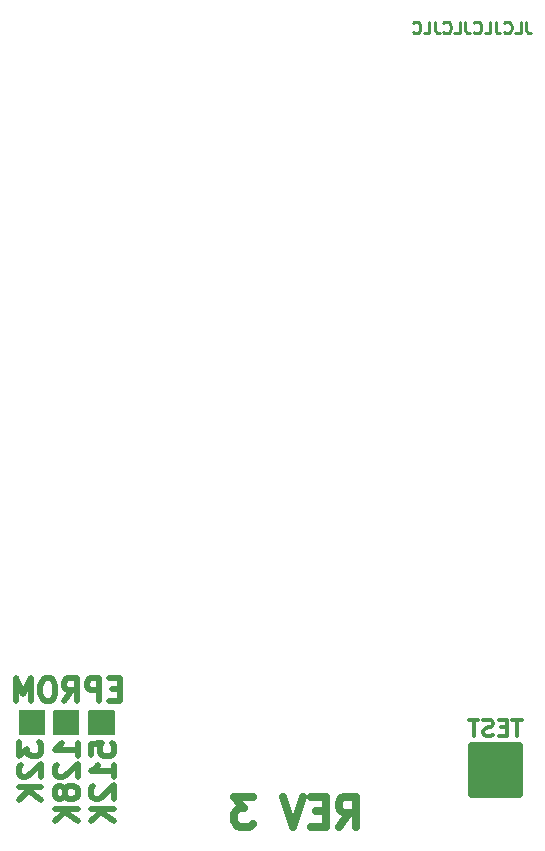
<source format=gbo>
G04 #@! TF.GenerationSoftware,KiCad,Pcbnew,8.0.4*
G04 #@! TF.CreationDate,2024-09-17T07:06:00-04:00*
G04 #@! TF.ProjectId,LB-MEM-02,4c422d4d-454d-42d3-9032-2e6b69636164,3*
G04 #@! TF.SameCoordinates,Original*
G04 #@! TF.FileFunction,Legend,Bot*
G04 #@! TF.FilePolarity,Positive*
%FSLAX46Y46*%
G04 Gerber Fmt 4.6, Leading zero omitted, Abs format (unit mm)*
G04 Created by KiCad (PCBNEW 8.0.4) date 2024-09-17 07:06:00*
%MOMM*%
%LPD*%
G01*
G04 APERTURE LIST*
%ADD10C,0.250000*%
%ADD11C,0.635000*%
%ADD12C,0.476250*%
%ADD13C,0.317500*%
%ADD14C,0.650000*%
G04 APERTURE END LIST*
D10*
X179397717Y-48394619D02*
X179397717Y-49108904D01*
X179397717Y-49108904D02*
X179445336Y-49251761D01*
X179445336Y-49251761D02*
X179540574Y-49347000D01*
X179540574Y-49347000D02*
X179683431Y-49394619D01*
X179683431Y-49394619D02*
X179778669Y-49394619D01*
X178445336Y-49394619D02*
X178921526Y-49394619D01*
X178921526Y-49394619D02*
X178921526Y-48394619D01*
X177540574Y-49299380D02*
X177588193Y-49347000D01*
X177588193Y-49347000D02*
X177731050Y-49394619D01*
X177731050Y-49394619D02*
X177826288Y-49394619D01*
X177826288Y-49394619D02*
X177969145Y-49347000D01*
X177969145Y-49347000D02*
X178064383Y-49251761D01*
X178064383Y-49251761D02*
X178112002Y-49156523D01*
X178112002Y-49156523D02*
X178159621Y-48966047D01*
X178159621Y-48966047D02*
X178159621Y-48823190D01*
X178159621Y-48823190D02*
X178112002Y-48632714D01*
X178112002Y-48632714D02*
X178064383Y-48537476D01*
X178064383Y-48537476D02*
X177969145Y-48442238D01*
X177969145Y-48442238D02*
X177826288Y-48394619D01*
X177826288Y-48394619D02*
X177731050Y-48394619D01*
X177731050Y-48394619D02*
X177588193Y-48442238D01*
X177588193Y-48442238D02*
X177540574Y-48489857D01*
X176826288Y-48394619D02*
X176826288Y-49108904D01*
X176826288Y-49108904D02*
X176873907Y-49251761D01*
X176873907Y-49251761D02*
X176969145Y-49347000D01*
X176969145Y-49347000D02*
X177112002Y-49394619D01*
X177112002Y-49394619D02*
X177207240Y-49394619D01*
X175873907Y-49394619D02*
X176350097Y-49394619D01*
X176350097Y-49394619D02*
X176350097Y-48394619D01*
X174969145Y-49299380D02*
X175016764Y-49347000D01*
X175016764Y-49347000D02*
X175159621Y-49394619D01*
X175159621Y-49394619D02*
X175254859Y-49394619D01*
X175254859Y-49394619D02*
X175397716Y-49347000D01*
X175397716Y-49347000D02*
X175492954Y-49251761D01*
X175492954Y-49251761D02*
X175540573Y-49156523D01*
X175540573Y-49156523D02*
X175588192Y-48966047D01*
X175588192Y-48966047D02*
X175588192Y-48823190D01*
X175588192Y-48823190D02*
X175540573Y-48632714D01*
X175540573Y-48632714D02*
X175492954Y-48537476D01*
X175492954Y-48537476D02*
X175397716Y-48442238D01*
X175397716Y-48442238D02*
X175254859Y-48394619D01*
X175254859Y-48394619D02*
X175159621Y-48394619D01*
X175159621Y-48394619D02*
X175016764Y-48442238D01*
X175016764Y-48442238D02*
X174969145Y-48489857D01*
X174254859Y-48394619D02*
X174254859Y-49108904D01*
X174254859Y-49108904D02*
X174302478Y-49251761D01*
X174302478Y-49251761D02*
X174397716Y-49347000D01*
X174397716Y-49347000D02*
X174540573Y-49394619D01*
X174540573Y-49394619D02*
X174635811Y-49394619D01*
X173302478Y-49394619D02*
X173778668Y-49394619D01*
X173778668Y-49394619D02*
X173778668Y-48394619D01*
X172397716Y-49299380D02*
X172445335Y-49347000D01*
X172445335Y-49347000D02*
X172588192Y-49394619D01*
X172588192Y-49394619D02*
X172683430Y-49394619D01*
X172683430Y-49394619D02*
X172826287Y-49347000D01*
X172826287Y-49347000D02*
X172921525Y-49251761D01*
X172921525Y-49251761D02*
X172969144Y-49156523D01*
X172969144Y-49156523D02*
X173016763Y-48966047D01*
X173016763Y-48966047D02*
X173016763Y-48823190D01*
X173016763Y-48823190D02*
X172969144Y-48632714D01*
X172969144Y-48632714D02*
X172921525Y-48537476D01*
X172921525Y-48537476D02*
X172826287Y-48442238D01*
X172826287Y-48442238D02*
X172683430Y-48394619D01*
X172683430Y-48394619D02*
X172588192Y-48394619D01*
X172588192Y-48394619D02*
X172445335Y-48442238D01*
X172445335Y-48442238D02*
X172397716Y-48489857D01*
X171683430Y-48394619D02*
X171683430Y-49108904D01*
X171683430Y-49108904D02*
X171731049Y-49251761D01*
X171731049Y-49251761D02*
X171826287Y-49347000D01*
X171826287Y-49347000D02*
X171969144Y-49394619D01*
X171969144Y-49394619D02*
X172064382Y-49394619D01*
X170731049Y-49394619D02*
X171207239Y-49394619D01*
X171207239Y-49394619D02*
X171207239Y-48394619D01*
X169826287Y-49299380D02*
X169873906Y-49347000D01*
X169873906Y-49347000D02*
X170016763Y-49394619D01*
X170016763Y-49394619D02*
X170112001Y-49394619D01*
X170112001Y-49394619D02*
X170254858Y-49347000D01*
X170254858Y-49347000D02*
X170350096Y-49251761D01*
X170350096Y-49251761D02*
X170397715Y-49156523D01*
X170397715Y-49156523D02*
X170445334Y-48966047D01*
X170445334Y-48966047D02*
X170445334Y-48823190D01*
X170445334Y-48823190D02*
X170397715Y-48632714D01*
X170397715Y-48632714D02*
X170350096Y-48537476D01*
X170350096Y-48537476D02*
X170254858Y-48442238D01*
X170254858Y-48442238D02*
X170112001Y-48394619D01*
X170112001Y-48394619D02*
X170016763Y-48394619D01*
X170016763Y-48394619D02*
X169873906Y-48442238D01*
X169873906Y-48442238D02*
X169826287Y-48489857D01*
D11*
X163521571Y-116585032D02*
X164368238Y-115375508D01*
X164973000Y-116585032D02*
X164973000Y-114045032D01*
X164973000Y-114045032D02*
X164005381Y-114045032D01*
X164005381Y-114045032D02*
X163763476Y-114165984D01*
X163763476Y-114165984D02*
X163642523Y-114286937D01*
X163642523Y-114286937D02*
X163521571Y-114528841D01*
X163521571Y-114528841D02*
X163521571Y-114891699D01*
X163521571Y-114891699D02*
X163642523Y-115133603D01*
X163642523Y-115133603D02*
X163763476Y-115254556D01*
X163763476Y-115254556D02*
X164005381Y-115375508D01*
X164005381Y-115375508D02*
X164973000Y-115375508D01*
X162433000Y-115254556D02*
X161586333Y-115254556D01*
X161223476Y-116585032D02*
X162433000Y-116585032D01*
X162433000Y-116585032D02*
X162433000Y-114045032D01*
X162433000Y-114045032D02*
X161223476Y-114045032D01*
X160497762Y-114045032D02*
X159651095Y-116585032D01*
X159651095Y-116585032D02*
X158804428Y-114045032D01*
X156264428Y-114045032D02*
X154692047Y-114045032D01*
X154692047Y-114045032D02*
X155538714Y-115012651D01*
X155538714Y-115012651D02*
X155175857Y-115012651D01*
X155175857Y-115012651D02*
X154933952Y-115133603D01*
X154933952Y-115133603D02*
X154813000Y-115254556D01*
X154813000Y-115254556D02*
X154692047Y-115496460D01*
X154692047Y-115496460D02*
X154692047Y-116101222D01*
X154692047Y-116101222D02*
X154813000Y-116343127D01*
X154813000Y-116343127D02*
X154933952Y-116464080D01*
X154933952Y-116464080D02*
X155175857Y-116585032D01*
X155175857Y-116585032D02*
X155901571Y-116585032D01*
X155901571Y-116585032D02*
X156143476Y-116464080D01*
X156143476Y-116464080D02*
X156264428Y-116343127D01*
D12*
X144988642Y-104913067D02*
X144353642Y-104913067D01*
X144081499Y-105910924D02*
X144988642Y-105910924D01*
X144988642Y-105910924D02*
X144988642Y-104005924D01*
X144988642Y-104005924D02*
X144081499Y-104005924D01*
X143265071Y-105910924D02*
X143265071Y-104005924D01*
X143265071Y-104005924D02*
X142539357Y-104005924D01*
X142539357Y-104005924D02*
X142357928Y-104096638D01*
X142357928Y-104096638D02*
X142267214Y-104187352D01*
X142267214Y-104187352D02*
X142176500Y-104368781D01*
X142176500Y-104368781D02*
X142176500Y-104640924D01*
X142176500Y-104640924D02*
X142267214Y-104822352D01*
X142267214Y-104822352D02*
X142357928Y-104913067D01*
X142357928Y-104913067D02*
X142539357Y-105003781D01*
X142539357Y-105003781D02*
X143265071Y-105003781D01*
X140271500Y-105910924D02*
X140906500Y-105003781D01*
X141360071Y-105910924D02*
X141360071Y-104005924D01*
X141360071Y-104005924D02*
X140634357Y-104005924D01*
X140634357Y-104005924D02*
X140452928Y-104096638D01*
X140452928Y-104096638D02*
X140362214Y-104187352D01*
X140362214Y-104187352D02*
X140271500Y-104368781D01*
X140271500Y-104368781D02*
X140271500Y-104640924D01*
X140271500Y-104640924D02*
X140362214Y-104822352D01*
X140362214Y-104822352D02*
X140452928Y-104913067D01*
X140452928Y-104913067D02*
X140634357Y-105003781D01*
X140634357Y-105003781D02*
X141360071Y-105003781D01*
X139092214Y-104005924D02*
X138729357Y-104005924D01*
X138729357Y-104005924D02*
X138547928Y-104096638D01*
X138547928Y-104096638D02*
X138366500Y-104278067D01*
X138366500Y-104278067D02*
X138275785Y-104640924D01*
X138275785Y-104640924D02*
X138275785Y-105275924D01*
X138275785Y-105275924D02*
X138366500Y-105638781D01*
X138366500Y-105638781D02*
X138547928Y-105820210D01*
X138547928Y-105820210D02*
X138729357Y-105910924D01*
X138729357Y-105910924D02*
X139092214Y-105910924D01*
X139092214Y-105910924D02*
X139273643Y-105820210D01*
X139273643Y-105820210D02*
X139455071Y-105638781D01*
X139455071Y-105638781D02*
X139545785Y-105275924D01*
X139545785Y-105275924D02*
X139545785Y-104640924D01*
X139545785Y-104640924D02*
X139455071Y-104278067D01*
X139455071Y-104278067D02*
X139273643Y-104096638D01*
X139273643Y-104096638D02*
X139092214Y-104005924D01*
X137459357Y-105910924D02*
X137459357Y-104005924D01*
X137459357Y-104005924D02*
X136824357Y-105366638D01*
X136824357Y-105366638D02*
X136189357Y-104005924D01*
X136189357Y-104005924D02*
X136189357Y-105910924D01*
X136448181Y-109399064D02*
X136448181Y-110578350D01*
X136448181Y-110578350D02*
X137173895Y-109943350D01*
X137173895Y-109943350D02*
X137173895Y-110215493D01*
X137173895Y-110215493D02*
X137264609Y-110396922D01*
X137264609Y-110396922D02*
X137355324Y-110487636D01*
X137355324Y-110487636D02*
X137536752Y-110578350D01*
X137536752Y-110578350D02*
X137990324Y-110578350D01*
X137990324Y-110578350D02*
X138171752Y-110487636D01*
X138171752Y-110487636D02*
X138262467Y-110396922D01*
X138262467Y-110396922D02*
X138353181Y-110215493D01*
X138353181Y-110215493D02*
X138353181Y-109671207D01*
X138353181Y-109671207D02*
X138262467Y-109489779D01*
X138262467Y-109489779D02*
X138171752Y-109399064D01*
X136629609Y-111304065D02*
X136538895Y-111394779D01*
X136538895Y-111394779D02*
X136448181Y-111576208D01*
X136448181Y-111576208D02*
X136448181Y-112029779D01*
X136448181Y-112029779D02*
X136538895Y-112211208D01*
X136538895Y-112211208D02*
X136629609Y-112301922D01*
X136629609Y-112301922D02*
X136811038Y-112392636D01*
X136811038Y-112392636D02*
X136992467Y-112392636D01*
X136992467Y-112392636D02*
X137264609Y-112301922D01*
X137264609Y-112301922D02*
X138353181Y-111213350D01*
X138353181Y-111213350D02*
X138353181Y-112392636D01*
X138353181Y-113209065D02*
X136448181Y-113209065D01*
X138353181Y-114297636D02*
X137264609Y-113481208D01*
X136448181Y-114297636D02*
X137536752Y-113209065D01*
X141420124Y-110578350D02*
X141420124Y-109489779D01*
X141420124Y-110034064D02*
X139515124Y-110034064D01*
X139515124Y-110034064D02*
X139787267Y-109852636D01*
X139787267Y-109852636D02*
X139968695Y-109671207D01*
X139968695Y-109671207D02*
X140059410Y-109489779D01*
X139696552Y-111304065D02*
X139605838Y-111394779D01*
X139605838Y-111394779D02*
X139515124Y-111576208D01*
X139515124Y-111576208D02*
X139515124Y-112029779D01*
X139515124Y-112029779D02*
X139605838Y-112211208D01*
X139605838Y-112211208D02*
X139696552Y-112301922D01*
X139696552Y-112301922D02*
X139877981Y-112392636D01*
X139877981Y-112392636D02*
X140059410Y-112392636D01*
X140059410Y-112392636D02*
X140331552Y-112301922D01*
X140331552Y-112301922D02*
X141420124Y-111213350D01*
X141420124Y-111213350D02*
X141420124Y-112392636D01*
X140331552Y-113481208D02*
X140240838Y-113299779D01*
X140240838Y-113299779D02*
X140150124Y-113209065D01*
X140150124Y-113209065D02*
X139968695Y-113118351D01*
X139968695Y-113118351D02*
X139877981Y-113118351D01*
X139877981Y-113118351D02*
X139696552Y-113209065D01*
X139696552Y-113209065D02*
X139605838Y-113299779D01*
X139605838Y-113299779D02*
X139515124Y-113481208D01*
X139515124Y-113481208D02*
X139515124Y-113844065D01*
X139515124Y-113844065D02*
X139605838Y-114025494D01*
X139605838Y-114025494D02*
X139696552Y-114116208D01*
X139696552Y-114116208D02*
X139877981Y-114206922D01*
X139877981Y-114206922D02*
X139968695Y-114206922D01*
X139968695Y-114206922D02*
X140150124Y-114116208D01*
X140150124Y-114116208D02*
X140240838Y-114025494D01*
X140240838Y-114025494D02*
X140331552Y-113844065D01*
X140331552Y-113844065D02*
X140331552Y-113481208D01*
X140331552Y-113481208D02*
X140422267Y-113299779D01*
X140422267Y-113299779D02*
X140512981Y-113209065D01*
X140512981Y-113209065D02*
X140694410Y-113118351D01*
X140694410Y-113118351D02*
X141057267Y-113118351D01*
X141057267Y-113118351D02*
X141238695Y-113209065D01*
X141238695Y-113209065D02*
X141329410Y-113299779D01*
X141329410Y-113299779D02*
X141420124Y-113481208D01*
X141420124Y-113481208D02*
X141420124Y-113844065D01*
X141420124Y-113844065D02*
X141329410Y-114025494D01*
X141329410Y-114025494D02*
X141238695Y-114116208D01*
X141238695Y-114116208D02*
X141057267Y-114206922D01*
X141057267Y-114206922D02*
X140694410Y-114206922D01*
X140694410Y-114206922D02*
X140512981Y-114116208D01*
X140512981Y-114116208D02*
X140422267Y-114025494D01*
X140422267Y-114025494D02*
X140331552Y-113844065D01*
X141420124Y-115023351D02*
X139515124Y-115023351D01*
X141420124Y-116111922D02*
X140331552Y-115295494D01*
X139515124Y-116111922D02*
X140603695Y-115023351D01*
X142582067Y-110487636D02*
X142582067Y-109580493D01*
X142582067Y-109580493D02*
X143489210Y-109489779D01*
X143489210Y-109489779D02*
X143398495Y-109580493D01*
X143398495Y-109580493D02*
X143307781Y-109761922D01*
X143307781Y-109761922D02*
X143307781Y-110215493D01*
X143307781Y-110215493D02*
X143398495Y-110396922D01*
X143398495Y-110396922D02*
X143489210Y-110487636D01*
X143489210Y-110487636D02*
X143670638Y-110578350D01*
X143670638Y-110578350D02*
X144124210Y-110578350D01*
X144124210Y-110578350D02*
X144305638Y-110487636D01*
X144305638Y-110487636D02*
X144396353Y-110396922D01*
X144396353Y-110396922D02*
X144487067Y-110215493D01*
X144487067Y-110215493D02*
X144487067Y-109761922D01*
X144487067Y-109761922D02*
X144396353Y-109580493D01*
X144396353Y-109580493D02*
X144305638Y-109489779D01*
X144487067Y-112392636D02*
X144487067Y-111304065D01*
X144487067Y-111848350D02*
X142582067Y-111848350D01*
X142582067Y-111848350D02*
X142854210Y-111666922D01*
X142854210Y-111666922D02*
X143035638Y-111485493D01*
X143035638Y-111485493D02*
X143126353Y-111304065D01*
X142763495Y-113118351D02*
X142672781Y-113209065D01*
X142672781Y-113209065D02*
X142582067Y-113390494D01*
X142582067Y-113390494D02*
X142582067Y-113844065D01*
X142582067Y-113844065D02*
X142672781Y-114025494D01*
X142672781Y-114025494D02*
X142763495Y-114116208D01*
X142763495Y-114116208D02*
X142944924Y-114206922D01*
X142944924Y-114206922D02*
X143126353Y-114206922D01*
X143126353Y-114206922D02*
X143398495Y-114116208D01*
X143398495Y-114116208D02*
X144487067Y-113027636D01*
X144487067Y-113027636D02*
X144487067Y-114206922D01*
X144487067Y-115023351D02*
X142582067Y-115023351D01*
X144487067Y-116111922D02*
X143398495Y-115295494D01*
X142582067Y-116111922D02*
X143670638Y-115023351D01*
D13*
X179012547Y-107492768D02*
X178214261Y-107492768D01*
X178613404Y-108889768D02*
X178613404Y-107492768D01*
X177748594Y-108158006D02*
X177282928Y-108158006D01*
X177083356Y-108889768D02*
X177748594Y-108889768D01*
X177748594Y-108889768D02*
X177748594Y-107492768D01*
X177748594Y-107492768D02*
X177083356Y-107492768D01*
X176551166Y-108823245D02*
X176351595Y-108889768D01*
X176351595Y-108889768D02*
X176018976Y-108889768D01*
X176018976Y-108889768D02*
X175885928Y-108823245D01*
X175885928Y-108823245D02*
X175819404Y-108756721D01*
X175819404Y-108756721D02*
X175752881Y-108623673D01*
X175752881Y-108623673D02*
X175752881Y-108490625D01*
X175752881Y-108490625D02*
X175819404Y-108357578D01*
X175819404Y-108357578D02*
X175885928Y-108291054D01*
X175885928Y-108291054D02*
X176018976Y-108224530D01*
X176018976Y-108224530D02*
X176285071Y-108158006D01*
X176285071Y-108158006D02*
X176418119Y-108091483D01*
X176418119Y-108091483D02*
X176484642Y-108024959D01*
X176484642Y-108024959D02*
X176551166Y-107891911D01*
X176551166Y-107891911D02*
X176551166Y-107758864D01*
X176551166Y-107758864D02*
X176484642Y-107625816D01*
X176484642Y-107625816D02*
X176418119Y-107559292D01*
X176418119Y-107559292D02*
X176285071Y-107492768D01*
X176285071Y-107492768D02*
X175952452Y-107492768D01*
X175952452Y-107492768D02*
X175752881Y-107559292D01*
X175353738Y-107492768D02*
X174555452Y-107492768D01*
X174954595Y-108889768D02*
X174954595Y-107492768D01*
D14*
X174784000Y-109760000D02*
X174784000Y-110260000D01*
X174784000Y-109760000D02*
X178784000Y-109760000D01*
X174784000Y-110260000D02*
X178784000Y-110260000D01*
X174784000Y-110760000D02*
X174784000Y-111260000D01*
X174784000Y-111260000D02*
X178784000Y-111260000D01*
X174784000Y-111760000D02*
X174784000Y-112260000D01*
X174784000Y-112260000D02*
X178284000Y-112260000D01*
X174784000Y-112760000D02*
X174784000Y-113260000D01*
X174784000Y-113260000D02*
X178784000Y-113260000D01*
X174784000Y-113760000D02*
X174784000Y-109760000D01*
X178284000Y-112260000D02*
X178784000Y-112260000D01*
X178784000Y-109760000D02*
X178784000Y-113760000D01*
X178784000Y-110260000D02*
X178784000Y-110760000D01*
X178784000Y-110760000D02*
X174784000Y-110760000D01*
X178784000Y-111260000D02*
X178784000Y-111760000D01*
X178784000Y-111760000D02*
X174784000Y-111760000D01*
X178784000Y-112260000D02*
X178784000Y-112760000D01*
X178784000Y-112760000D02*
X174784000Y-112760000D01*
X178784000Y-113760000D02*
X174784000Y-113760000D01*
G36*
X138626121Y-106700002D02*
G01*
X138672614Y-106753658D01*
X138684000Y-106806000D01*
X138684000Y-108662200D01*
X138663998Y-108730321D01*
X138610342Y-108776814D01*
X138558000Y-108788200D01*
X136549400Y-108788200D01*
X136481279Y-108768198D01*
X136434786Y-108714542D01*
X136423400Y-108662200D01*
X136423400Y-106806000D01*
X136443402Y-106737879D01*
X136497058Y-106691386D01*
X136549400Y-106680000D01*
X138558000Y-106680000D01*
X138626121Y-106700002D01*
G37*
G36*
X141521721Y-106700002D02*
G01*
X141568214Y-106753658D01*
X141579600Y-106806000D01*
X141579600Y-108662200D01*
X141559598Y-108730321D01*
X141505942Y-108776814D01*
X141453600Y-108788200D01*
X139445000Y-108788200D01*
X139376879Y-108768198D01*
X139330386Y-108714542D01*
X139319000Y-108662200D01*
X139319000Y-106806000D01*
X139339002Y-106737879D01*
X139392658Y-106691386D01*
X139445000Y-106680000D01*
X141453600Y-106680000D01*
X141521721Y-106700002D01*
G37*
G36*
X144518921Y-106700002D02*
G01*
X144565414Y-106753658D01*
X144576800Y-106806000D01*
X144576800Y-108662200D01*
X144556798Y-108730321D01*
X144503142Y-108776814D01*
X144450800Y-108788200D01*
X142442200Y-108788200D01*
X142374079Y-108768198D01*
X142327586Y-108714542D01*
X142316200Y-108662200D01*
X142316200Y-106806000D01*
X142336202Y-106737879D01*
X142389858Y-106691386D01*
X142442200Y-106680000D01*
X144450800Y-106680000D01*
X144518921Y-106700002D01*
G37*
M02*

</source>
